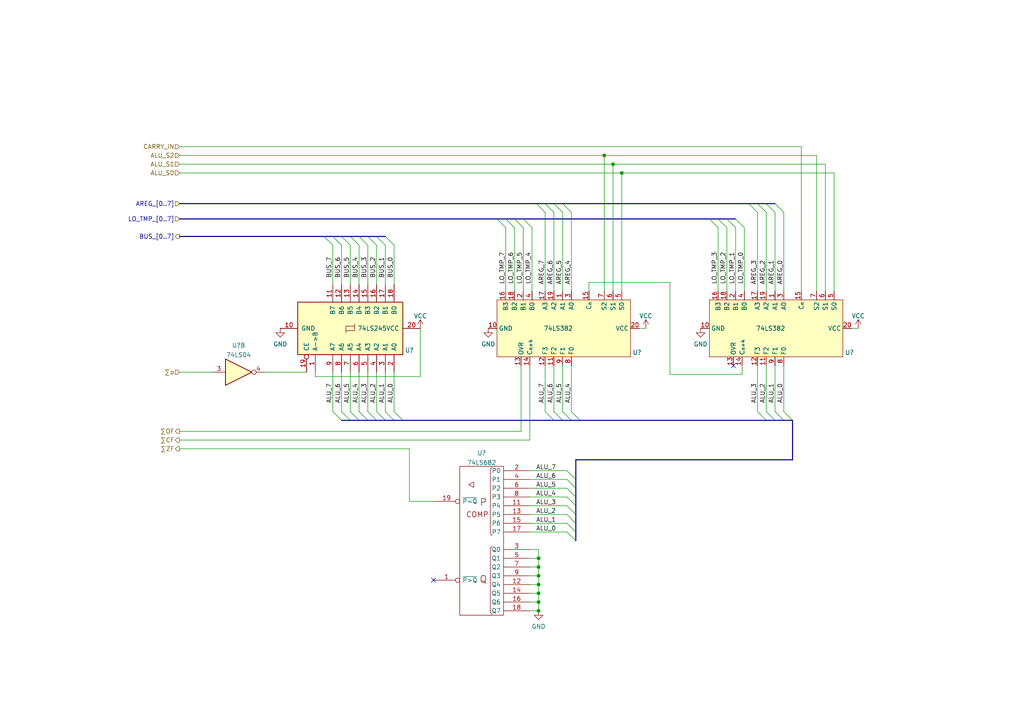
<source format=kicad_sch>
(kicad_sch (version 20211123) (generator eeschema)
  (paper "A4")
  (title_block (title "Advanced Arithmetic Logic Unit - ALU"))
  (lib_symbols
    (symbol "74xx:74LS04"
      (property "Reference" "U" (at 0 1.27 0))
      (property "Value" "74LS04" (at 0 -1.27 0))
      (symbol "74LS04_1_0"
        (polyline (pts (xy -3.81 3.81) (xy -3.81 -3.81) (xy 3.81 0) (xy -3.81 3.81)) (stroke (width 0.254)) (fill (type background)))
        (pin input line (at -7.62 0 0) (length 3.81) (name "~") (number "1"))
        (pin output inverted (at 7.62 0 180) (length 3.81) (name "~") (number "2"))
      )
      (symbol "74LS04_2_0"
        (polyline (pts (xy -3.81 3.81) (xy -3.81 -3.81) (xy 3.81 0) (xy -3.81 3.81)) (stroke (width 0.254)) (fill (type background)))
        (pin input line (at -7.62 0 0) (length 3.81) (name "~") (number "3"))
        (pin output inverted (at 7.62 0 180) (length 3.81) (name "~") (number "4"))
      )
      (symbol "74LS04_3_0"
        (polyline (pts (xy -3.81 3.81) (xy -3.81 -3.81) (xy 3.81 0) (xy -3.81 3.81)) (stroke (width 0.254)) (fill (type background)))
        (pin input line (at -7.62 0 0) (length 3.81) (name "~") (number "5"))
        (pin output inverted (at 7.62 0 180) (length 3.81) (name "~") (number "6"))
      )
      (symbol "74LS04_4_0"
        (polyline (pts (xy -3.81 3.81) (xy -3.81 -3.81) (xy 3.81 0) (xy -3.81 3.81)) (stroke (width 0.254)) (fill (type background)))
        (pin output inverted (at 7.62 0 180) (length 3.81) (name "~") (number "8"))
        (pin input line (at -7.62 0 0) (length 3.81) (name "~") (number "9"))
      )
      (symbol "74LS04_5_0"
        (polyline (pts (xy -3.81 3.81) (xy -3.81 -3.81) (xy 3.81 0) (xy -3.81 3.81)) (stroke (width 0.254)) (fill (type background)))
        (pin output inverted (at 7.62 0 180) (length 3.81) (name "~") (number "10"))
        (pin input line (at -7.62 0 0) (length 3.81) (name "~") (number "11"))
      )
      (symbol "74LS04_6_0"
        (polyline (pts (xy -3.81 3.81) (xy -3.81 -3.81) (xy 3.81 0) (xy -3.81 3.81)) (stroke (width 0.254)) (fill (type background)))
        (pin output inverted (at 7.62 0 180) (length 3.81) (name "~") (number "12"))
        (pin input line (at -7.62 0 0) (length 3.81) (name "~") (number "13"))
      )
      (symbol "74LS04_7_0"
        (pin power_in line (at 0 12.7 270) (length 5.08) (name "VCC") (number "14"))
        (pin power_in line (at 0 -12.7 90) (length 5.08) (name "GND") (number "7"))
      )
      (symbol "74LS04_7_1"
        (rectangle (start -5.08 7.62) (end 5.08 -7.62) (stroke (width 0.254)) (fill (type background)))
      )
    )
    (symbol "74xx:74LS245" (pin_names (offset 1.016))
      (property "Reference" "U" (at -7.62 16.51 0))
      (property "Value" "74LS245" (at -7.62 -16.51 0))
      (symbol "74LS245_1_0"
        (polyline (pts (xy -0.635 -1.27) (xy -0.635 1.27) (xy 0.635 1.27)))
        (polyline (pts (xy -1.27 -1.27) (xy 0.635 -1.27) (xy 0.635 1.27) (xy 1.27 1.27)))
        (pin input line (at -12.7 -10.16 0) (length 5.08) (name "A->B") (number "1"))
        (pin power_in line (at 0 -20.32 90) (length 5.08) (name "GND") (number "10"))
        (pin tri_state line (at 12.7 -5.08 180) (length 5.08) (name "B7") (number "11"))
        (pin tri_state line (at 12.7 -2.54 180) (length 5.08) (name "B6") (number "12"))
        (pin tri_state line (at 12.7 0 180) (length 5.08) (name "B5") (number "13"))
        (pin tri_state line (at 12.7 2.54 180) (length 5.08) (name "B4") (number "14"))
        (pin tri_state line (at 12.7 5.08 180) (length 5.08) (name "B3") (number "15"))
        (pin tri_state line (at 12.7 7.62 180) (length 5.08) (name "B2") (number "16"))
        (pin tri_state line (at 12.7 10.16 180) (length 5.08) (name "B1") (number "17"))
        (pin tri_state line (at 12.7 12.7 180) (length 5.08) (name "B0") (number "18"))
        (pin input inverted (at -12.7 -12.7 0) (length 5.08) (name "CE") (number "19"))
        (pin tri_state line (at -12.7 12.7 0) (length 5.08) (name "A0") (number "2"))
        (pin power_in line (at 0 20.32 270) (length 5.08) (name "VCC") (number "20"))
        (pin tri_state line (at -12.7 10.16 0) (length 5.08) (name "A1") (number "3"))
        (pin tri_state line (at -12.7 7.62 0) (length 5.08) (name "A2") (number "4"))
        (pin tri_state line (at -12.7 5.08 0) (length 5.08) (name "A3") (number "5"))
        (pin tri_state line (at -12.7 2.54 0) (length 5.08) (name "A4") (number "6"))
        (pin tri_state line (at -12.7 0 0) (length 5.08) (name "A5") (number "7"))
        (pin tri_state line (at -12.7 -2.54 0) (length 5.08) (name "A6") (number "8"))
        (pin tri_state line (at -12.7 -5.08 0) (length 5.08) (name "A7") (number "9"))
      )
      (symbol "74LS245_1_1"
        (rectangle (start -7.62 15.24) (end 7.62 -15.24) (stroke (width 0.254)) (fill (type background)))
      )
    )
    (symbol "74xx_IEEE:74LS682" (pin_names (offset 0.762))
      (property "Reference" "U" (at 7.62 22.86 0))
      (property "Value" "74LS682" (at 10.16 -22.86 0))
      (symbol "74LS682_0_0"
        (polyline (pts (xy 2.286 17.018) (xy 2.286 15.494) (xy 3.81 16.256) (xy 2.286 17.018) (xy 2.286 17.018)))
        (text "COMP" (at 1.27 7.62 0) (effects (font (size 1.524 1.524))))
        (text "P" (at -0.508 11.176 0) (effects (font (size 2.032 2.032))))
        (text "Q" (at -0.508 -11.176 0) (effects (font (size 2.032 2.032))))
      )
      (symbol "74LS682_0_1"
        (rectangle (start -6.35 21.59) (end 6.35 -21.59))
        (polyline (pts (xy -3.048 -1.524) (xy -2.54 -2.032) (xy -2.54 -20.828) (xy -3.048 -21.336) (xy -3.048 -21.336)))
        (polyline (pts (xy -3.048 21.336) (xy -2.54 20.828) (xy -2.54 2.032) (xy -3.048 1.524) (xy -3.048 1.524)))
        (pin power_in line (at 0 -21.59 90) (length 0) hide (name "Gnd") (number "10"))
      )
      (symbol "74LS682_1_1"
        (pin output inverted (at 13.97 -11.43 180) (length 7.62) (name "~{P>Q}") (number "1"))
        (pin input line (at -13.97 10.16 0) (length 7.62) (name "P4") (number "11"))
        (pin input line (at -13.97 -12.7 0) (length 7.62) (name "Q4") (number "12"))
        (pin input line (at -13.97 7.62 0) (length 7.62) (name "P5") (number "13"))
        (pin input line (at -13.97 -15.24 0) (length 7.62) (name "Q5") (number "14"))
        (pin input line (at -13.97 5.08 0) (length 7.62) (name "P6") (number "15"))
        (pin input line (at -13.97 -17.78 0) (length 7.62) (name "Q6") (number "16"))
        (pin input line (at -13.97 2.54 0) (length 7.62) (name "P7") (number "17"))
        (pin input line (at -13.97 -20.32 0) (length 7.62) (name "Q7") (number "18"))
        (pin output inverted (at 13.97 11.43 180) (length 7.62) (name "~{P=Q}") (number "19"))
        (pin input line (at -13.97 20.32 0) (length 7.62) (name "P0") (number "2"))
        (pin power_in line (at 0 21.59 270) (length 0) hide (name "Vcc") (number "20"))
        (pin input line (at -13.97 -2.54 0) (length 7.62) (name "Q0") (number "3"))
        (pin input line (at -13.97 17.78 0) (length 7.62) (name "P1") (number "4"))
        (pin input line (at -13.97 -5.08 0) (length 7.62) (name "Q1") (number "5"))
        (pin input line (at -13.97 15.24 0) (length 7.62) (name "P2") (number "6"))
        (pin input line (at -13.97 -7.62 0) (length 7.62) (name "Q2") (number "7"))
        (pin input line (at -13.97 12.7 0) (length 7.62) (name "P3") (number "8"))
        (pin input line (at -13.97 -10.16 0) (length 7.62) (name "Q3") (number "9"))
      )
    )
    (symbol "common-symbols:74LS382"
      (property "Reference" "U" (at 5.08 -20.955 0))
      (property "Value" "74LS382" (at 0 0.635 90))
      (symbol "74LS382_0_0"
        (pin input line (at -10.795 0 0) (length 2.54) (name "A1") (number "1"))
        (pin power_in line (at 0 -21.59 90) (length 2.54) (name "GND") (number "10"))
        (pin output line (at 10.795 -2.54 180) (length 2.54) (name "F2") (number "11"))
        (pin output line (at 10.795 -5.08 180) (length 2.54) (name "F3") (number "12"))
        (pin output line (at 10.795 -12.065 180) (length 2.54) (name "OVR") (number "13"))
        (pin output line (at 10.795 -9.525 180) (length 2.54) (name "C_{n+4}") (number "14"))
        (pin input line (at -10.795 7.62 0) (length 2.54) (name "C_{n}") (number "15"))
        (pin input line (at -10.795 -16.51 0) (length 2.54) (name "B3") (number "16"))
        (pin input line (at -10.795 -5.08 0) (length 2.54) (name "A3") (number "17"))
        (pin input line (at -10.795 -13.97 0) (length 2.54) (name "B2") (number "18"))
        (pin input line (at -10.795 -2.54 0) (length 2.54) (name "A2") (number "19"))
        (pin input line (at -10.795 -11.43 0) (length 2.54) (name "B1") (number "2"))
        (pin power_in line (at 0 22.225 270) (length 2.54) (name "VCC") (number "20"))
        (pin input line (at -10.795 2.54 0) (length 2.54) (name "A0") (number "3"))
        (pin input line (at -10.795 -8.89 0) (length 2.54) (name "B0") (number "4"))
        (pin input line (at -10.795 17.145 0) (length 2.54) (name "S0") (number "5"))
        (pin input line (at -10.795 14.605 0) (length 2.54) (name "S1") (number "6"))
        (pin input line (at -10.795 12.065 0) (length 2.54) (name "S2") (number "7"))
        (pin output line (at 10.795 2.54 180) (length 2.54) (name "F0") (number "8"))
        (pin output line (at 10.795 0 180) (length 2.54) (name "F1") (number "9"))
      )
      (symbol "74LS382_0_1"
        (rectangle (start -8.255 19.685) (end 8.255 -19.05) (stroke (width 0.1524)) (fill (type background)))
      )
    )
    (symbol "power:GND" (power) (pin_names (offset 0))
      (property "Value" "GND" (at 0 -3.81 0))
      (symbol "GND_0_1"
        (polyline (pts (xy 0 0) (xy 0 -1.27) (xy 1.27 -1.27) (xy 0 -2.54) (xy -1.27 -1.27) (xy 0 -1.27)))
      )
      (symbol "GND_1_1"
        (pin power_in line (at 0 0 270) (length 0) hide (name "GND") (number "1"))
      )
    )
    (symbol "power:VCC" (power) (pin_names (offset 0))
      (property "Value" "VCC" (at 0 3.81 0))
      (symbol "VCC_0_1"
        (polyline (pts (xy -0.762 1.27) (xy 0 2.54)))
        (polyline (pts (xy 0 0) (xy 0 2.54)))
        (polyline (pts (xy 0 2.54) (xy 0.762 1.27)))
      )
      (symbol "VCC_1_1"
        (pin power_in line (at 0 0 90) (length 0) hide (name "VCC") (number "1"))
      )
    )
  )
  (junction (at 156.21 167.005))
  (junction (at 156.21 164.465))
  (junction (at 156.21 169.545))
  (junction (at 156.21 174.625))
  (junction (at 156.21 177.165))
  (junction (at 156.21 161.925))
  (junction (at 156.21 172.085))
  (junction (at 177.8 47.625))
  (junction (at 175.26 45.085))
  (junction (at 180.34 50.165))
  (no_connect (at 212.725 106.045))
  (no_connect (at 125.73 168.275))
  (bus_entry (at 164.465 146.685) (size 2.54 2.54))
  (bus_entry (at 101.6 119.38) (size 2.54 2.54))
  (bus_entry (at 109.22 68.58) (size 2.54 2.54))
  (bus_entry (at 217.17 59.055) (size 2.54 2.54))
  (bus_entry (at 219.71 59.055) (size 2.54 2.54))
  (bus_entry (at 224.79 59.055) (size 2.54 2.54))
  (bus_entry (at 222.25 59.055) (size 2.54 2.54))
  (bus_entry (at 158.115 59.055) (size 2.54 2.54))
  (bus_entry (at 155.575 59.055) (size 2.54 2.54))
  (bus_entry (at 163.195 59.055) (size 2.54 2.54))
  (bus_entry (at 160.655 59.055) (size 2.54 2.54))
  (bus_entry (at 101.6 68.58) (size 2.54 2.54))
  (bus_entry (at 109.22 119.38) (size 2.54 2.54))
  (bus_entry (at 164.465 141.605) (size 2.54 2.54))
  (bus_entry (at 164.465 136.525) (size 2.54 2.54))
  (bus_entry (at 96.52 68.58) (size 2.54 2.54))
  (bus_entry (at 111.76 68.58) (size 2.54 2.54))
  (bus_entry (at 164.465 149.225) (size 2.54 2.54))
  (bus_entry (at 99.06 119.38) (size 2.54 2.54))
  (bus_entry (at 213.36 63.5) (size 2.54 2.54))
  (bus_entry (at 210.82 63.5) (size 2.54 2.54))
  (bus_entry (at 208.28 63.5) (size 2.54 2.54))
  (bus_entry (at 205.74 63.5) (size 2.54 2.54))
  (bus_entry (at 146.685 63.5) (size 2.54 2.54))
  (bus_entry (at 144.145 63.5) (size 2.54 2.54))
  (bus_entry (at 149.225 63.5) (size 2.54 2.54))
  (bus_entry (at 151.765 63.5) (size 2.54 2.54))
  (bus_entry (at 111.76 119.38) (size 2.54 2.54))
  (bus_entry (at 96.52 119.38) (size 2.54 2.54))
  (bus_entry (at 93.98 68.58) (size 2.54 2.54))
  (bus_entry (at 164.465 144.145) (size 2.54 2.54))
  (bus_entry (at 99.06 68.58) (size 2.54 2.54))
  (bus_entry (at 222.25 119.38) (size 2.54 2.54))
  (bus_entry (at 227.33 119.38) (size 2.54 2.54))
  (bus_entry (at 224.79 119.38) (size 2.54 2.54))
  (bus_entry (at 219.71 119.38) (size 2.54 2.54))
  (bus_entry (at 165.735 119.38) (size 2.54 2.54))
  (bus_entry (at 158.115 119.38) (size 2.54 2.54))
  (bus_entry (at 160.655 119.38) (size 2.54 2.54))
  (bus_entry (at 163.195 119.38) (size 2.54 2.54))
  (bus_entry (at 104.14 68.58) (size 2.54 2.54))
  (bus_entry (at 106.68 68.58) (size 2.54 2.54))
  (bus_entry (at 106.68 119.38) (size 2.54 2.54))
  (bus_entry (at 164.465 151.765) (size 2.54 2.54))
  (bus_entry (at 164.465 139.065) (size 2.54 2.54))
  (bus_entry (at 164.465 154.305) (size 2.54 2.54))
  (bus_entry (at 104.14 119.38) (size 2.54 2.54))
  (bus_entry (at 114.3 119.38) (size 2.54 2.54))
  (wire (pts (xy 156.21 174.625) (xy 156.21 177.165)))
  (wire (pts (xy 151.13 106.045) (xy 151.13 125.095)))
  (bus (pts (xy 167.005 146.685) (xy 167.005 149.225)))
  (wire (pts (xy 52.07 127.635) (xy 153.67 127.635)))
  (wire (pts (xy 185.42 95.25) (xy 187.325 95.25)))
  (wire (pts (xy 156.21 172.085) (xy 156.21 174.625)))
  (wire (pts (xy 91.44 109.22) (xy 121.92 109.22)))
  (bus (pts (xy 93.98 68.58) (xy 96.52 68.58)))
  (wire (pts (xy 170.815 81.915) (xy 170.815 84.455)))
  (wire (pts (xy 114.3 71.12) (xy 114.3 82.55)))
  (bus (pts (xy 151.765 63.5) (xy 205.74 63.5)))
  (bus (pts (xy 52.07 68.58) (xy 93.98 68.58)))
  (bus (pts (xy 229.87 133.35) (xy 167.005 133.35)))
  (wire (pts (xy 106.68 107.95) (xy 106.68 119.38)))
  (bus (pts (xy 146.685 63.5) (xy 149.225 63.5)))
  (wire (pts (xy 153.67 169.545) (xy 156.21 169.545)))
  (wire (pts (xy 156.21 164.465) (xy 156.21 167.005)))
  (wire (pts (xy 151.765 66.04) (xy 151.765 84.455)))
  (wire (pts (xy 177.8 84.455) (xy 177.8 47.625)))
  (wire (pts (xy 241.935 50.165) (xy 241.935 84.455)))
  (wire (pts (xy 224.79 106.045) (xy 224.79 119.38)))
  (wire (pts (xy 153.67 139.065) (xy 164.465 139.065)))
  (bus (pts (xy 158.115 59.055) (xy 160.655 59.055)))
  (wire (pts (xy 153.67 159.385) (xy 156.21 159.385)))
  (wire (pts (xy 165.735 106.045) (xy 165.735 119.38)))
  (wire (pts (xy 111.76 107.95) (xy 111.76 119.38)))
  (bus (pts (xy 111.76 121.92) (xy 114.3 121.92)))
  (wire (pts (xy 153.67 151.765) (xy 164.465 151.765)))
  (bus (pts (xy 168.275 121.92) (xy 222.25 121.92)))
  (wire (pts (xy 91.44 107.95) (xy 91.44 109.22)))
  (wire (pts (xy 104.14 71.12) (xy 104.14 82.55)))
  (wire (pts (xy 224.79 61.595) (xy 224.79 84.455)))
  (wire (pts (xy 215.265 106.045) (xy 215.265 108.585)))
  (wire (pts (xy 160.655 61.595) (xy 160.655 84.455)))
  (bus (pts (xy 208.28 63.5) (xy 210.82 63.5)))
  (wire (pts (xy 111.76 71.12) (xy 111.76 82.55)))
  (bus (pts (xy 144.145 63.5) (xy 146.685 63.5)))
  (wire (pts (xy 146.685 66.04) (xy 146.685 84.455)))
  (wire (pts (xy 232.41 84.455) (xy 232.41 42.545)))
  (bus (pts (xy 109.22 68.58) (xy 111.76 68.58)))
  (wire (pts (xy 99.06 107.95) (xy 99.06 119.38)))
  (bus (pts (xy 167.005 133.35) (xy 167.005 139.065)))
  (wire (pts (xy 153.67 146.685) (xy 164.465 146.685)))
  (bus (pts (xy 167.005 144.145) (xy 167.005 146.685)))
  (bus (pts (xy 155.575 59.055) (xy 158.115 59.055)))
  (bus (pts (xy 210.82 63.5) (xy 213.36 63.5)))
  (bus (pts (xy 109.22 121.92) (xy 111.76 121.92)))
  (bus (pts (xy 52.07 63.5) (xy 144.145 63.5)))
  (bus (pts (xy 99.06 121.92) (xy 101.6 121.92)))
  (bus (pts (xy 219.71 59.055) (xy 222.25 59.055)))
  (wire (pts (xy 109.22 107.95) (xy 109.22 119.38)))
  (wire (pts (xy 210.82 66.04) (xy 210.82 84.455)))
  (wire (pts (xy 153.67 149.225) (xy 164.465 149.225)))
  (bus (pts (xy 52.07 59.055) (xy 155.575 59.055)))
  (bus (pts (xy 116.84 121.92) (xy 160.655 121.92)))
  (wire (pts (xy 114.3 107.95) (xy 114.3 119.38)))
  (bus (pts (xy 217.17 59.055) (xy 219.71 59.055)))
  (wire (pts (xy 247.015 95.25) (xy 248.92 95.25)))
  (wire (pts (xy 96.52 107.95) (xy 96.52 119.38)))
  (wire (pts (xy 163.195 61.595) (xy 163.195 84.455)))
  (wire (pts (xy 236.855 45.085) (xy 236.855 84.455)))
  (wire (pts (xy 109.22 71.12) (xy 109.22 82.55)))
  (wire (pts (xy 52.07 45.085) (xy 175.26 45.085)))
  (wire (pts (xy 158.115 61.595) (xy 158.115 84.455)))
  (wire (pts (xy 156.21 159.385) (xy 156.21 161.925)))
  (wire (pts (xy 52.07 107.95) (xy 61.595 107.95)))
  (wire (pts (xy 222.25 61.595) (xy 222.25 84.455)))
  (wire (pts (xy 227.33 61.595) (xy 227.33 84.455)))
  (wire (pts (xy 104.14 107.95) (xy 104.14 119.38)))
  (wire (pts (xy 156.21 161.925) (xy 153.67 161.925)))
  (wire (pts (xy 213.36 66.04) (xy 213.36 84.455)))
  (wire (pts (xy 76.835 107.95) (xy 88.9 107.95)))
  (wire (pts (xy 96.52 71.12) (xy 96.52 82.55)))
  (wire (pts (xy 52.07 50.165) (xy 180.34 50.165)))
  (wire (pts (xy 215.265 108.585) (xy 194.31 108.585)))
  (wire (pts (xy 153.67 167.005) (xy 156.21 167.005)))
  (wire (pts (xy 52.07 125.095) (xy 151.13 125.095)))
  (bus (pts (xy 167.005 149.225) (xy 167.005 151.765)))
  (wire (pts (xy 175.26 45.085) (xy 236.855 45.085)))
  (wire (pts (xy 156.21 177.165) (xy 153.67 177.165)))
  (wire (pts (xy 156.21 161.925) (xy 156.21 164.465)))
  (bus (pts (xy 224.79 121.92) (xy 227.33 121.92)))
  (bus (pts (xy 101.6 121.92) (xy 104.14 121.92)))
  (wire (pts (xy 180.34 50.165) (xy 241.935 50.165)))
  (wire (pts (xy 121.92 109.22) (xy 121.92 95.25)))
  (wire (pts (xy 163.195 106.045) (xy 163.195 119.38)))
  (bus (pts (xy 114.3 121.92) (xy 116.84 121.92)))
  (wire (pts (xy 153.67 172.085) (xy 156.21 172.085)))
  (bus (pts (xy 165.735 121.92) (xy 168.275 121.92)))
  (wire (pts (xy 101.6 71.12) (xy 101.6 82.55)))
  (wire (pts (xy 153.67 136.525) (xy 164.465 136.525)))
  (wire (pts (xy 52.07 42.545) (xy 232.41 42.545)))
  (wire (pts (xy 156.21 169.545) (xy 156.21 172.085)))
  (bus (pts (xy 229.87 121.92) (xy 229.87 133.35)))
  (wire (pts (xy 180.34 84.455) (xy 180.34 50.165)))
  (wire (pts (xy 194.31 108.585) (xy 194.31 81.915)))
  (bus (pts (xy 96.52 68.58) (xy 99.06 68.58)))
  (wire (pts (xy 215.9 66.04) (xy 215.9 84.455)))
  (bus (pts (xy 205.74 63.5) (xy 208.28 63.5)))
  (bus (pts (xy 106.68 121.92) (xy 109.22 121.92)))
  (wire (pts (xy 153.67 106.045) (xy 153.67 127.635)))
  (bus (pts (xy 149.225 63.5) (xy 151.765 63.5)))
  (wire (pts (xy 52.07 47.625) (xy 177.8 47.625)))
  (wire (pts (xy 175.26 84.455) (xy 175.26 45.085)))
  (bus (pts (xy 222.25 59.055) (xy 224.79 59.055)))
  (bus (pts (xy 222.25 121.92) (xy 224.79 121.92)))
  (bus (pts (xy 167.005 139.065) (xy 167.005 141.605)))
  (wire (pts (xy 165.735 61.595) (xy 165.735 84.455)))
  (wire (pts (xy 153.67 174.625) (xy 156.21 174.625)))
  (wire (pts (xy 222.25 106.045) (xy 222.25 119.38)))
  (wire (pts (xy 208.28 66.04) (xy 208.28 84.455)))
  (wire (pts (xy 52.07 130.175) (xy 118.745 130.175)))
  (bus (pts (xy 101.6 68.58) (xy 104.14 68.58)))
  (bus (pts (xy 163.195 59.055) (xy 217.17 59.055)))
  (wire (pts (xy 153.67 164.465) (xy 156.21 164.465)))
  (wire (pts (xy 106.68 71.12) (xy 106.68 82.55)))
  (wire (pts (xy 149.225 66.04) (xy 149.225 84.455)))
  (bus (pts (xy 167.005 151.765) (xy 167.005 154.305)))
  (bus (pts (xy 163.195 121.92) (xy 165.735 121.92)))
  (bus (pts (xy 160.655 59.055) (xy 163.195 59.055)))
  (wire (pts (xy 101.6 107.95) (xy 101.6 119.38)))
  (bus (pts (xy 106.68 68.58) (xy 109.22 68.58)))
  (bus (pts (xy 160.655 121.92) (xy 163.195 121.92)))
  (wire (pts (xy 118.745 145.415) (xy 118.745 130.175)))
  (bus (pts (xy 104.14 68.58) (xy 106.68 68.58)))
  (wire (pts (xy 156.21 167.005) (xy 156.21 169.545)))
  (wire (pts (xy 219.71 106.045) (xy 219.71 119.38)))
  (wire (pts (xy 158.115 106.045) (xy 158.115 119.38)))
  (bus (pts (xy 99.06 68.58) (xy 101.6 68.58)))
  (wire (pts (xy 177.8 47.625) (xy 239.395 47.625)))
  (wire (pts (xy 153.67 141.605) (xy 164.465 141.605)))
  (wire (pts (xy 194.31 81.915) (xy 170.815 81.915)))
  (bus (pts (xy 167.005 141.605) (xy 167.005 144.145)))
  (bus (pts (xy 227.33 121.92) (xy 229.87 121.92)))
  (wire (pts (xy 153.67 144.145) (xy 164.465 144.145)))
  (wire (pts (xy 160.655 106.045) (xy 160.655 119.38)))
  (wire (pts (xy 125.73 145.415) (xy 118.745 145.415)))
  (wire (pts (xy 153.67 154.305) (xy 164.465 154.305)))
  (bus (pts (xy 167.005 154.305) (xy 167.005 156.845)))
  (wire (pts (xy 219.71 61.595) (xy 219.71 84.455)))
  (wire (pts (xy 99.06 71.12) (xy 99.06 82.55)))
  (wire (pts (xy 239.395 47.625) (xy 239.395 84.455)))
  (wire (pts (xy 154.305 66.04) (xy 154.305 84.455)))
  (bus (pts (xy 104.14 121.92) (xy 106.68 121.92)))
  (wire (pts (xy 227.33 106.045) (xy 227.33 119.38)))
  (label "ALU_2" (at 161.29 149.225 180))
  (label "LO_TMP_1" (at 213.36 73.025 270))
  (label "ALU_7" (at 158.115 111.125 270))
  (label "ALU_5" (at 161.29 141.605 180))
  (label "ALU_5" (at 163.195 111.125 270))
  (label "LO_TMP_4" (at 154.305 73.025 270))
  (label "ALU_3" (at 219.71 111.125 270))
  (label "ALU_1" (at 224.79 111.125 270))
  (label "AREG_4" (at 165.735 82.55 90))
  (label "ALU_0" (at 227.33 111.125 270))
  (label "ALU_1" (at 111.76 111.125 270))
  (label "ALU_0" (at 161.29 154.305 180))
  (label "LO_TMP_6" (at 149.225 73.025 270))
  (label "LO_TMP_7" (at 146.685 73.025 270))
  (label "BUS_5" (at 101.6 80.645 90))
  (label "LO_TMP_2" (at 210.82 73.025 270))
  (label "ALU_5" (at 101.6 111.125 270))
  (label "BUS_4" (at 104.14 80.645 90))
  (label "ALU_4" (at 161.29 144.145 180))
  (label "ALU_1" (at 161.29 151.765 180))
  (label "ALU_7" (at 161.29 136.525 180))
  (label "AREG_2" (at 222.25 82.55 90))
  (label "ALU_2" (at 222.25 111.125 270))
  (label "ALU_3" (at 106.68 111.125 270))
  (label "ALU_4" (at 104.14 111.125 270))
  (label "AREG_1" (at 224.79 82.55 90))
  (label "ALU_6" (at 161.29 139.065 180))
  (label "BUS_0" (at 114.3 80.645 90))
  (label "ALU_0" (at 114.3 111.125 270))
  (label "ALU_6" (at 99.06 111.125 270))
  (label "ALU_4" (at 165.735 111.125 270))
  (label "AREG_0" (at 227.33 82.55 90))
  (label "ALU_6" (at 160.655 111.125 270))
  (label "BUS_2" (at 109.22 80.645 90))
  (label "AREG_6" (at 160.655 82.55 90))
  (label "ALU_3" (at 161.29 146.685 180))
  (label "AREG_3" (at 219.71 82.55 90))
  (label "AREG_7" (at 158.115 82.55 90))
  (label "BUS_7" (at 96.52 80.645 90))
  (label "ALU_2" (at 109.22 111.125 270))
  (label "BUS_6" (at 99.06 80.645 90))
  (label "BUS_1" (at 111.76 80.645 90))
  (label "LO_TMP_5" (at 151.765 73.025 270))
  (label "BUS_3" (at 106.68 80.645 90))
  (label "ALU_7" (at 96.52 111.125 270))
  (label "LO_TMP_3" (at 208.28 73.025 270))
  (label "LO_TMP_0" (at 215.9 73.025 270))
  (label "AREG_5" (at 163.195 82.55 90))
  (hierarchical_label "∑CF" (shape output) (at 52.07 127.635 180))
  (hierarchical_label "LO_TMP_[0..7]" (shape input) (at 52.07 63.5 180))
  (hierarchical_label "∑OF" (shape output) (at 52.07 125.095 180))
  (hierarchical_label "ALU_S0" (shape input) (at 52.07 50.165 180))
  (hierarchical_label "ALU_S1" (shape input) (at 52.07 47.625 180))
  (hierarchical_label "∑ZF" (shape output) (at 52.07 130.175 180))
  (hierarchical_label "∑o" (shape input) (at 52.07 107.95 180))
  (hierarchical_label "AREG_[0..7]" (shape input) (at 52.07 59.055 180))
  (hierarchical_label "CARRY_IN" (shape input) (at 52.07 42.545 180))
  (hierarchical_label "BUS_[0..7]" (shape output) (at 52.07 68.58 180))
  (hierarchical_label "ALU_S2" (shape input) (at 52.07 45.085 180))
  (symbol (lib_id "power:GND") (at 141.605 95.25 0) (unit 1)
    (property "Reference" "#PWR?" (effects hide))
    (property "Value" "GND" (at 141.605 99.8125 0))
  )
  (symbol (lib_id "power:VCC") (at 248.92 95.25 0) (unit 1)
    (property "Reference" "#PWR?" (effects hide))
    (property "Value" "VCC" (at 248.92 91.6455 0))
  )
  (symbol (lib_id "power:GND") (at 203.2 95.25 0) (unit 1)
    (property "Reference" "#PWR?" (effects hide))
    (property "Value" "GND" (at 203.2 99.8125 0))
  )
  (symbol (lib_id "common-symbols:74LS382") (at 224.79 95.25 270) (unit 1)
    (property "Reference" "U?" (at 246.38 102.235 90))
    (property "Value" "74LS382" (at 223.52 95.25 90))
  )
  (symbol (lib_id "74xx_IEEE:74LS682") (at 139.7 156.845 0) (mirror y) (unit 1)
    (property "Reference" "U?" (at 139.7 131.4155 0))
    (property "Value" "74LS682" (at 139.7 134.1906 0))
  )
  (symbol (lib_id "power:VCC") (at 187.325 95.25 0) (unit 1)
    (property "Reference" "#PWR?" (effects hide))
    (property "Value" "VCC" (at 187.325 91.6455 0))
  )
  (symbol (lib_id "power:GND") (at 156.21 177.165 0) (unit 1)
    (property "Reference" "#PWR?" (effects hide))
    (property "Value" "GND" (at 156.21 181.7275 0))
  )
  (symbol (lib_id "power:VCC") (at 121.92 95.25 0) (unit 1)
    (property "Reference" "#PWR?" (effects hide))
    (property "Value" "VCC" (at 121.92 91.6455 0))
  )
  (symbol (lib_id "power:GND") (at 81.28 95.25 0) (unit 1)
    (property "Reference" "#PWR?" (effects hide))
    (property "Value" "GND" (at 81.28 99.8125 0))
  )
  (symbol (lib_id "74xx:74LS04") (at 69.215 107.95 0) (unit 2)
    (property "Reference" "U?" (at 69.215 100.1735 0))
    (property "Value" "74LS04" (at 69.215 102.9486 0))
    (property "Datasheet" "http://www.ti.com/lit/gpn/sn74LS04" (effects hide))
  )
  (symbol (lib_id "74xx:74LS245") (at 101.6 95.25 270) (mirror x) (unit 1)
    (property "Reference" "U?" (at 118.745 101.6 90))
    (property "Value" "74LS245" (at 107.95 95.25 90))
    (property "Datasheet" "http://www.ti.com/lit/gpn/sn74LS245" (effects hide))
  )
  (symbol (lib_id "common-symbols:74LS382") (at 163.195 95.25 270) (unit 1)
    (property "Reference" "U?" (at 184.785 102.235 90))
    (property "Value" "74LS382" (at 161.925 95.25 90))
  )
)
</source>
